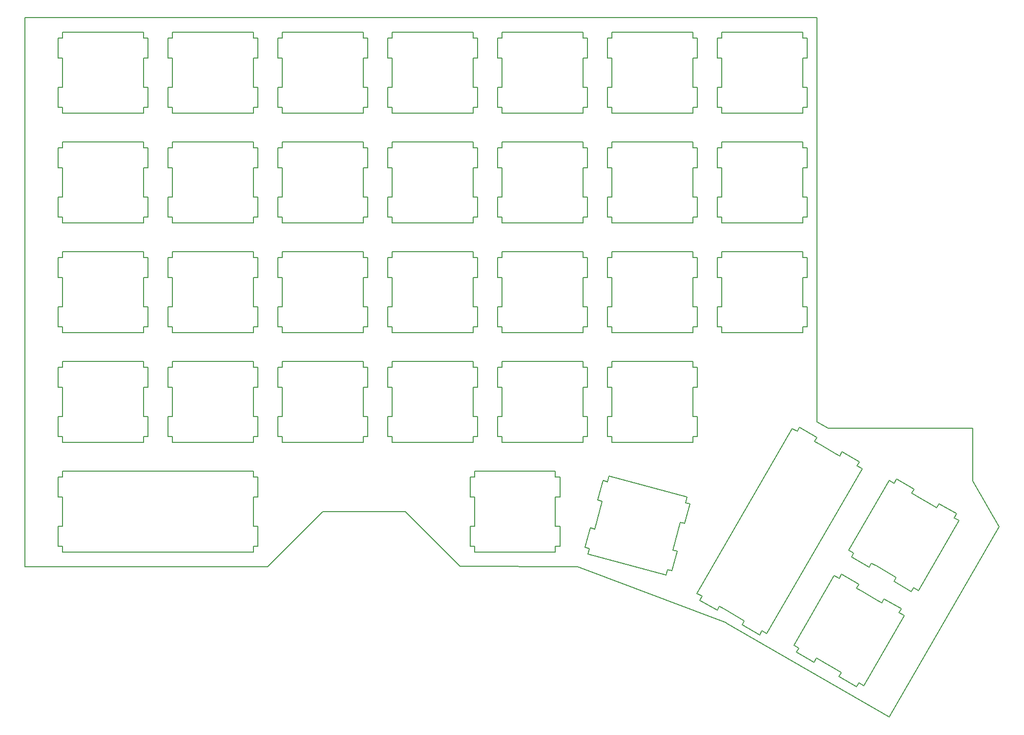
<source format=gbr>
G04 #@! TF.GenerationSoftware,KiCad,Pcbnew,(5.0.0)*
G04 #@! TF.CreationDate,2019-01-26T20:20:51+09:00*
G04 #@! TF.ProjectId,Manta60BLE_Top,4D616E74613630424C455F546F702E6B,rev?*
G04 #@! TF.SameCoordinates,Original*
G04 #@! TF.FileFunction,Profile,NP*
%FSLAX46Y46*%
G04 Gerber Fmt 4.6, Leading zero omitted, Abs format (unit mm)*
G04 Created by KiCad (PCBNEW (5.0.0)) date 01/26/19 20:20:51*
%MOMM*%
%LPD*%
G01*
G04 APERTURE LIST*
%ADD10C,0.200000*%
G04 APERTURE END LIST*
D10*
X167474418Y-102187794D02*
X166608393Y-101687794D01*
X153980507Y-132559934D02*
X153580507Y-133252754D01*
X150083393Y-130309934D02*
X150949418Y-130809934D01*
X167474418Y-102187794D02*
X167874418Y-101494974D01*
X159247177Y-97437794D02*
X142722177Y-126059934D01*
X170905507Y-103244974D02*
X170505507Y-103937794D01*
X160513202Y-97244974D02*
X163544291Y-98994974D01*
X160113202Y-97937794D02*
X160513202Y-97244974D01*
X184677194Y-110491741D02*
X184277194Y-111184561D01*
X143588202Y-126559934D02*
X142722177Y-126059934D01*
X187308283Y-112934561D02*
X187708283Y-112241741D01*
X170783283Y-141556701D02*
X171649308Y-142056701D01*
X167352194Y-140499521D02*
X170383283Y-142249521D01*
X159990978Y-136249521D02*
X163022067Y-137999521D01*
X146219291Y-129002754D02*
X143188202Y-127252754D01*
X167874418Y-101494974D02*
X170905507Y-103244974D01*
X160390978Y-135556701D02*
X159990978Y-136249521D01*
X165478262Y-97415383D02*
X163566000Y-96311338D01*
X159247177Y-97437794D02*
X160113202Y-97937794D01*
X146619291Y-128309934D02*
X146219291Y-129002754D01*
X170505507Y-103937794D02*
X171371533Y-104437794D01*
X190566000Y-106548260D02*
X195090142Y-114505950D01*
X154846533Y-133059934D02*
X153980507Y-132559934D01*
X150549418Y-131502754D02*
X150949418Y-130809934D01*
X163566000Y-85415383D02*
X163566000Y-95915383D01*
X163544291Y-98994974D02*
X163144291Y-99687794D01*
X188174308Y-113434561D02*
X187308283Y-112934561D01*
X176915978Y-106934561D02*
X176049953Y-106434561D01*
X153580507Y-133252754D02*
X150549418Y-131502754D01*
X177315978Y-106241741D02*
X176915978Y-106934561D01*
X143188202Y-127252754D02*
X143588202Y-126559934D01*
X164010317Y-100187794D02*
X163144291Y-99687794D01*
X150083393Y-130309934D02*
X147485317Y-128809934D01*
X166608393Y-101687794D02*
X164010317Y-100187794D01*
X147485317Y-128809934D02*
X146619291Y-128309934D01*
X170383283Y-142249521D02*
X170783283Y-141556701D01*
X171371533Y-104437794D02*
X154846533Y-133059934D01*
X180347067Y-107991741D02*
X177315978Y-106241741D01*
X179947067Y-108684561D02*
X180347067Y-107991741D01*
X187708283Y-112241741D02*
X184677194Y-110491741D01*
X167752194Y-139806701D02*
X167352194Y-140499521D01*
X159524953Y-135056701D02*
X160390978Y-135556701D01*
X163022067Y-137999521D02*
X163422067Y-137306701D01*
X163566000Y-95915383D02*
X163566000Y-96311338D01*
X167474418Y-102187794D02*
X166608393Y-101687794D01*
X150083393Y-130309934D02*
X150949418Y-130809934D01*
X147485317Y-128809934D02*
X146619291Y-128309934D01*
X164010317Y-100187794D02*
X163144291Y-99687794D01*
X165478262Y-97415383D02*
X190566000Y-97415383D01*
X190566000Y-97415383D02*
X190566000Y-106548260D01*
X65786000Y-113372000D02*
X65786000Y-114372000D01*
X176035110Y-147510234D02*
X195090142Y-114505950D01*
X26206000Y-26142000D02*
X26206000Y-121402000D01*
X26206000Y-121402000D02*
X68311000Y-121402000D01*
X32736000Y-114372000D02*
X32736000Y-113372000D01*
X32736000Y-110372000D02*
X32736000Y-109372000D01*
X65786000Y-110372000D02*
X65786000Y-109372000D01*
X147824346Y-131222742D02*
X176035110Y-147510234D01*
X164288092Y-137806701D02*
X163422067Y-137306701D01*
X159524953Y-135056701D02*
X166524953Y-122932345D01*
X177783283Y-129432345D02*
X178649308Y-129932345D01*
X180308283Y-125058917D02*
X179908283Y-125751737D01*
X183411169Y-110684561D02*
X184277194Y-111184561D01*
X173813092Y-121308917D02*
X176411169Y-122808917D01*
X174752194Y-127682345D02*
X173886169Y-127182345D01*
X181174308Y-125558917D02*
X180308283Y-125058917D01*
X176411169Y-122808917D02*
X177277194Y-123308917D01*
X167752194Y-139806701D02*
X166886169Y-139306701D01*
X169515978Y-119751737D02*
X169915978Y-119058917D01*
X169049953Y-118558917D02*
X176049953Y-106434561D01*
X166886169Y-139306701D02*
X164288092Y-137806701D01*
X169915978Y-119058917D02*
X169049953Y-118558917D01*
X176877194Y-124001737D02*
X177277194Y-123308917D01*
X171288092Y-125682345D02*
X170422067Y-125182345D01*
X167790978Y-122739525D02*
X170822067Y-124489525D01*
X166524953Y-122932345D02*
X167390978Y-123432345D01*
X174752194Y-127682345D02*
X175152194Y-126989525D01*
X173886169Y-127182345D02*
X171288092Y-125682345D01*
X178183283Y-128739525D02*
X177783283Y-129432345D01*
X172547067Y-121501737D02*
X169515978Y-119751737D01*
X183411169Y-110684561D02*
X180813092Y-109184561D01*
X176411169Y-122808917D02*
X177277194Y-123308917D01*
X181174308Y-125558917D02*
X188174308Y-113434561D01*
X172947067Y-120808917D02*
X173813092Y-121308917D01*
X180813092Y-109184561D02*
X179947067Y-108684561D01*
X175152194Y-126989525D02*
X178183283Y-128739525D01*
X183411169Y-110684561D02*
X184277194Y-111184561D01*
X164288092Y-137806701D02*
X163422067Y-137306701D01*
X167752194Y-139806701D02*
X166886169Y-139306701D01*
X180813092Y-109184561D02*
X179947067Y-108684561D01*
X172947067Y-120808917D02*
X172547067Y-121501737D01*
X179908283Y-125751737D02*
X176877194Y-124001737D01*
X174752194Y-127682345D02*
X173886169Y-127182345D01*
X170822067Y-124489525D02*
X170422067Y-125182345D01*
X167390978Y-123432345D02*
X167790978Y-122739525D01*
X172947067Y-120808917D02*
X173813092Y-121308917D01*
X171288092Y-125682345D02*
X170422067Y-125182345D01*
X171649308Y-142056701D02*
X178649308Y-129932345D01*
X89086000Y-41672000D02*
X89886000Y-41672000D01*
X89086000Y-29672000D02*
X89086000Y-33172000D01*
X89886000Y-42672000D02*
X103886000Y-42672000D01*
X103886000Y-29672000D02*
X103886000Y-28672000D01*
X122936000Y-29672000D02*
X122936000Y-28672000D01*
X123736000Y-29672000D02*
X122936000Y-29672000D01*
X123736000Y-33172000D02*
X123736000Y-29672000D01*
X89886000Y-33172000D02*
X89886000Y-38172000D01*
X89086000Y-33172000D02*
X89886000Y-33172000D01*
X122936000Y-33172000D02*
X123736000Y-33172000D01*
X122936000Y-38172000D02*
X122936000Y-33172000D01*
X123736000Y-38172000D02*
X122936000Y-38172000D01*
X89886000Y-38172000D02*
X89086000Y-38172000D01*
X103886000Y-28672000D02*
X89886000Y-28672000D01*
X122936000Y-41672000D02*
X123736000Y-41672000D01*
X123736000Y-41672000D02*
X123736000Y-38172000D01*
X103886000Y-42672000D02*
X103886000Y-41672000D01*
X89086000Y-38172000D02*
X89086000Y-41672000D01*
X89886000Y-28672000D02*
X89886000Y-29672000D01*
X89886000Y-29672000D02*
X89086000Y-29672000D01*
X89886000Y-41672000D02*
X89886000Y-42672000D01*
X108936000Y-28672000D02*
X108936000Y-29672000D01*
X122936000Y-28672000D02*
X108936000Y-28672000D01*
X32736000Y-105872000D02*
X31936000Y-105872000D01*
X32736000Y-104872000D02*
X32736000Y-105872000D01*
X127986000Y-99822000D02*
X141986000Y-99822000D01*
X127986000Y-98822000D02*
X127986000Y-99822000D01*
X127186000Y-98822000D02*
X127986000Y-98822000D01*
X127986000Y-90322000D02*
X127986000Y-95322000D01*
X127986000Y-95322000D02*
X127186000Y-95322000D01*
X118174000Y-105872000D02*
X118174000Y-104872000D01*
X118974000Y-105872000D02*
X118174000Y-105872000D01*
X118174000Y-117872000D02*
X118974000Y-117872000D01*
X118174000Y-109372000D02*
X118974000Y-109372000D01*
X118174000Y-114372000D02*
X118174000Y-109372000D01*
X118974000Y-114372000D02*
X118174000Y-114372000D01*
X118974000Y-117872000D02*
X118974000Y-114372000D01*
X127186000Y-86822000D02*
X127186000Y-90322000D01*
X127186000Y-95322000D02*
X127186000Y-98822000D01*
X141986000Y-85822000D02*
X127986000Y-85822000D01*
X141986000Y-99822000D02*
X141986000Y-98822000D01*
X127186000Y-90322000D02*
X127986000Y-90322000D01*
X127986000Y-85822000D02*
X127986000Y-86822000D01*
X141986000Y-86822000D02*
X141986000Y-85822000D01*
X127986000Y-86822000D02*
X127186000Y-86822000D01*
X104174000Y-114372000D02*
X103374000Y-114372000D01*
X104174000Y-109372000D02*
X104174000Y-114372000D01*
X103374000Y-109372000D02*
X104174000Y-109372000D01*
X103374000Y-105872000D02*
X103374000Y-109372000D01*
X104174000Y-105872000D02*
X103374000Y-105872000D01*
X104174000Y-104872000D02*
X104174000Y-105872000D01*
X118174000Y-104872000D02*
X104174000Y-104872000D01*
X118974000Y-109372000D02*
X118974000Y-105872000D01*
X137606300Y-121913300D02*
X138379000Y-122120400D01*
X126283300Y-110079500D02*
X124989200Y-114909100D01*
X65786000Y-113372000D02*
X65786000Y-110372000D01*
X77841000Y-111872000D02*
X92124000Y-111872000D01*
X124083300Y-118289800D02*
X123824500Y-119255800D01*
X122078516Y-121402000D02*
X147826856Y-131218395D01*
X101649000Y-121397000D02*
X92124000Y-111872000D01*
X127448000Y-105732800D02*
X127189200Y-106698700D01*
X103374000Y-117872000D02*
X104174000Y-117872000D01*
X163566000Y-85415383D02*
X163566000Y-26142000D01*
X124989200Y-114909100D02*
X124216500Y-114702100D01*
X140579000Y-113910000D02*
X141484900Y-110529300D01*
X104174000Y-117872000D02*
X104174000Y-118872000D01*
X126416400Y-106491700D02*
X125510600Y-109872400D01*
X140970900Y-109356300D02*
X127448000Y-105732800D01*
X123310600Y-118082800D02*
X124083300Y-118289800D01*
X124216500Y-114702100D02*
X123310600Y-118082800D01*
X104174000Y-118872000D02*
X118174000Y-118872000D01*
X32736000Y-113372000D02*
X32736000Y-110372000D01*
X127189200Y-106698700D02*
X126416400Y-106491700D01*
X118174000Y-118872000D02*
X118174000Y-117872000D01*
X139284900Y-118739600D02*
X138512200Y-118532600D01*
X101649000Y-121397000D02*
X122078516Y-121402000D01*
X123824500Y-119255800D02*
X137347500Y-122879200D01*
X68311000Y-121402000D02*
X77841000Y-111872000D01*
X138512200Y-118532600D02*
X139806300Y-113702900D01*
X137347500Y-122879200D02*
X137606300Y-121913300D01*
X139806300Y-113702900D02*
X140579000Y-113910000D01*
X125510600Y-109872400D02*
X126283300Y-110079500D01*
X103374000Y-114372000D02*
X103374000Y-117872000D01*
X140712100Y-110322200D02*
X140970900Y-109356300D01*
X141484900Y-110529300D02*
X140712100Y-110322200D01*
X138379000Y-122120400D02*
X139284900Y-118739600D01*
X141986000Y-90322000D02*
X142786000Y-90322000D01*
X123736000Y-90322000D02*
X123736000Y-86822000D01*
X108136000Y-86822000D02*
X108136000Y-90322000D01*
X108936000Y-85822000D02*
X108936000Y-86822000D01*
X142786000Y-95322000D02*
X141986000Y-95322000D01*
X142786000Y-98822000D02*
X142786000Y-95322000D01*
X108136000Y-90322000D02*
X108936000Y-90322000D01*
X122936000Y-98822000D02*
X123736000Y-98822000D01*
X122936000Y-99822000D02*
X122936000Y-98822000D01*
X122936000Y-85822000D02*
X108936000Y-85822000D01*
X122936000Y-90322000D02*
X123736000Y-90322000D01*
X123736000Y-98822000D02*
X123736000Y-95322000D01*
X122936000Y-95322000D02*
X122936000Y-90322000D01*
X103886000Y-99822000D02*
X103886000Y-98822000D01*
X122936000Y-86822000D02*
X122936000Y-85822000D01*
X142786000Y-86822000D02*
X141986000Y-86822000D01*
X141986000Y-95322000D02*
X141986000Y-90322000D01*
X123736000Y-95322000D02*
X122936000Y-95322000D01*
X108136000Y-98822000D02*
X108936000Y-98822000D01*
X108936000Y-98822000D02*
X108936000Y-99822000D01*
X123736000Y-86822000D02*
X122936000Y-86822000D01*
X108936000Y-99822000D02*
X122936000Y-99822000D01*
X141986000Y-98822000D02*
X142786000Y-98822000D01*
X108136000Y-95322000D02*
X108136000Y-98822000D01*
X142786000Y-90322000D02*
X142786000Y-86822000D01*
X108936000Y-86822000D02*
X108136000Y-86822000D01*
X108936000Y-95322000D02*
X108136000Y-95322000D01*
X108936000Y-90322000D02*
X108936000Y-95322000D01*
X65786000Y-86822000D02*
X65786000Y-85822000D01*
X50986000Y-90322000D02*
X51786000Y-90322000D01*
X89886000Y-90322000D02*
X89886000Y-95322000D01*
X103886000Y-86822000D02*
X103886000Y-85822000D01*
X65786000Y-90322000D02*
X66586000Y-90322000D01*
X70836000Y-85822000D02*
X70836000Y-86822000D01*
X85636000Y-98822000D02*
X85636000Y-95322000D01*
X84836000Y-98822000D02*
X85636000Y-98822000D01*
X66586000Y-90322000D02*
X66586000Y-86822000D01*
X89086000Y-90322000D02*
X89886000Y-90322000D01*
X51786000Y-85822000D02*
X51786000Y-86822000D01*
X51786000Y-95322000D02*
X50986000Y-95322000D01*
X31936000Y-98822000D02*
X32736000Y-98822000D01*
X89086000Y-86822000D02*
X89086000Y-90322000D01*
X103886000Y-85822000D02*
X89886000Y-85822000D01*
X51786000Y-90322000D02*
X51786000Y-95322000D01*
X66586000Y-86822000D02*
X65786000Y-86822000D01*
X104686000Y-86822000D02*
X103886000Y-86822000D01*
X103886000Y-90322000D02*
X104686000Y-90322000D01*
X104686000Y-98822000D02*
X104686000Y-95322000D01*
X70836000Y-99822000D02*
X84836000Y-99822000D01*
X70836000Y-95322000D02*
X70036000Y-95322000D01*
X70036000Y-90322000D02*
X70836000Y-90322000D01*
X85636000Y-95322000D02*
X84836000Y-95322000D01*
X32736000Y-98822000D02*
X32736000Y-99822000D01*
X84836000Y-95322000D02*
X84836000Y-90322000D01*
X50986000Y-86822000D02*
X50986000Y-90322000D01*
X85636000Y-86822000D02*
X84836000Y-86822000D01*
X70836000Y-98822000D02*
X70836000Y-99822000D01*
X51786000Y-99822000D02*
X65786000Y-99822000D01*
X84836000Y-90322000D02*
X85636000Y-90322000D01*
X70836000Y-90322000D02*
X70836000Y-95322000D01*
X84836000Y-99822000D02*
X84836000Y-98822000D01*
X70836000Y-86822000D02*
X70036000Y-86822000D01*
X46736000Y-99822000D02*
X46736000Y-98822000D01*
X89886000Y-85822000D02*
X89886000Y-86822000D01*
X104686000Y-90322000D02*
X104686000Y-86822000D01*
X70036000Y-98822000D02*
X70836000Y-98822000D01*
X84836000Y-86822000D02*
X84836000Y-85822000D01*
X50986000Y-98822000D02*
X51786000Y-98822000D01*
X103886000Y-95322000D02*
X103886000Y-90322000D01*
X104686000Y-95322000D02*
X103886000Y-95322000D01*
X31936000Y-95322000D02*
X31936000Y-98822000D01*
X103886000Y-98822000D02*
X104686000Y-98822000D01*
X70036000Y-95322000D02*
X70036000Y-98822000D01*
X65786000Y-99822000D02*
X65786000Y-98822000D01*
X65786000Y-85822000D02*
X51786000Y-85822000D01*
X51786000Y-86822000D02*
X50986000Y-86822000D01*
X51786000Y-98822000D02*
X51786000Y-99822000D01*
X66586000Y-98822000D02*
X66586000Y-95322000D01*
X32736000Y-99822000D02*
X46736000Y-99822000D01*
X84836000Y-85822000D02*
X70836000Y-85822000D01*
X70036000Y-86822000D02*
X70036000Y-90322000D01*
X65786000Y-95322000D02*
X65786000Y-90322000D01*
X66586000Y-95322000D02*
X65786000Y-95322000D01*
X50986000Y-95322000D02*
X50986000Y-98822000D01*
X65786000Y-98822000D02*
X66586000Y-98822000D01*
X89886000Y-99822000D02*
X103886000Y-99822000D01*
X89886000Y-98822000D02*
X89886000Y-99822000D01*
X89086000Y-98822000D02*
X89886000Y-98822000D01*
X89086000Y-95322000D02*
X89086000Y-98822000D01*
X89886000Y-95322000D02*
X89086000Y-95322000D01*
X85636000Y-90322000D02*
X85636000Y-86822000D01*
X89886000Y-86822000D02*
X89086000Y-86822000D01*
X66586000Y-71272000D02*
X66586000Y-67772000D01*
X84836000Y-80772000D02*
X84836000Y-79772000D01*
X70836000Y-80772000D02*
X84836000Y-80772000D01*
X70836000Y-79772000D02*
X70836000Y-80772000D01*
X84836000Y-66772000D02*
X70836000Y-66772000D01*
X65786000Y-80772000D02*
X65786000Y-79772000D01*
X70836000Y-67772000D02*
X70036000Y-67772000D01*
X65786000Y-79772000D02*
X66586000Y-79772000D01*
X46736000Y-80772000D02*
X46736000Y-79772000D01*
X50986000Y-67772000D02*
X50986000Y-71272000D01*
X70036000Y-79772000D02*
X70836000Y-79772000D01*
X70836000Y-76272000D02*
X70036000Y-76272000D01*
X85636000Y-76272000D02*
X84836000Y-76272000D01*
X85636000Y-79772000D02*
X85636000Y-76272000D01*
X84836000Y-76272000D02*
X84836000Y-71272000D01*
X51786000Y-76272000D02*
X50986000Y-76272000D01*
X70036000Y-76272000D02*
X70036000Y-79772000D01*
X51786000Y-79772000D02*
X51786000Y-80772000D01*
X65786000Y-67772000D02*
X65786000Y-66772000D01*
X66586000Y-76272000D02*
X65786000Y-76272000D01*
X66586000Y-79772000D02*
X66586000Y-76272000D01*
X84836000Y-71272000D02*
X85636000Y-71272000D01*
X70836000Y-71272000D02*
X70836000Y-76272000D01*
X70036000Y-67772000D02*
X70036000Y-71272000D01*
X84836000Y-67772000D02*
X84836000Y-66772000D01*
X50986000Y-76272000D02*
X50986000Y-79772000D01*
X51786000Y-80772000D02*
X65786000Y-80772000D01*
X65786000Y-66772000D02*
X51786000Y-66772000D01*
X84836000Y-79772000D02*
X85636000Y-79772000D01*
X32736000Y-80772000D02*
X46736000Y-80772000D01*
X70836000Y-66772000D02*
X70836000Y-67772000D01*
X85636000Y-67772000D02*
X84836000Y-67772000D01*
X51786000Y-71272000D02*
X51786000Y-76272000D01*
X85636000Y-71272000D02*
X85636000Y-67772000D01*
X66586000Y-67772000D02*
X65786000Y-67772000D01*
X65786000Y-76272000D02*
X65786000Y-71272000D01*
X50986000Y-79772000D02*
X51786000Y-79772000D01*
X65786000Y-71272000D02*
X66586000Y-71272000D01*
X51786000Y-67772000D02*
X50986000Y-67772000D01*
X51786000Y-66772000D02*
X51786000Y-67772000D01*
X103886000Y-79772000D02*
X104686000Y-79772000D01*
X70036000Y-71272000D02*
X70836000Y-71272000D01*
X50986000Y-71272000D02*
X51786000Y-71272000D01*
X104686000Y-76272000D02*
X103886000Y-76272000D01*
X104686000Y-79772000D02*
X104686000Y-76272000D01*
X32736000Y-79772000D02*
X32736000Y-80772000D01*
X51786000Y-29672000D02*
X50986000Y-29672000D01*
X50986000Y-38172000D02*
X50986000Y-41672000D01*
X65786000Y-29672000D02*
X65786000Y-28672000D01*
X66586000Y-29672000D02*
X65786000Y-29672000D01*
X65786000Y-28672000D02*
X51786000Y-28672000D01*
X65786000Y-33172000D02*
X66586000Y-33172000D01*
X65786000Y-38172000D02*
X65786000Y-33172000D01*
X51786000Y-41672000D02*
X51786000Y-42672000D01*
X66586000Y-41672000D02*
X66586000Y-38172000D01*
X66586000Y-38172000D02*
X65786000Y-38172000D01*
X84836000Y-38172000D02*
X84836000Y-33172000D01*
X85636000Y-38172000D02*
X84836000Y-38172000D01*
X51786000Y-38172000D02*
X50986000Y-38172000D01*
X51786000Y-33172000D02*
X51786000Y-38172000D01*
X85636000Y-41672000D02*
X85636000Y-38172000D01*
X84836000Y-41672000D02*
X85636000Y-41672000D01*
X50986000Y-33172000D02*
X51786000Y-33172000D01*
X50986000Y-29672000D02*
X50986000Y-33172000D01*
X51786000Y-28672000D02*
X51786000Y-29672000D01*
X50986000Y-41672000D02*
X51786000Y-41672000D01*
X66586000Y-33172000D02*
X66586000Y-29672000D01*
X65786000Y-42672000D02*
X65786000Y-41672000D01*
X51786000Y-42672000D02*
X65786000Y-42672000D01*
X127186000Y-57222000D02*
X127186000Y-60722000D01*
X147036000Y-60722000D02*
X147036000Y-61722000D01*
X146236000Y-48722000D02*
X146236000Y-52222000D01*
X147036000Y-57222000D02*
X146236000Y-57222000D01*
X161036000Y-57222000D02*
X161036000Y-52222000D01*
X161836000Y-48722000D02*
X161036000Y-48722000D01*
X161836000Y-57222000D02*
X161036000Y-57222000D01*
X127986000Y-60722000D02*
X127986000Y-61722000D01*
X31936000Y-79772000D02*
X32736000Y-79772000D01*
X32736000Y-71272000D02*
X32736000Y-76272000D01*
X31936000Y-67772000D02*
X31936000Y-71272000D01*
X147036000Y-48722000D02*
X146236000Y-48722000D01*
X32736000Y-67772000D02*
X31936000Y-67772000D01*
X127986000Y-57222000D02*
X127186000Y-57222000D01*
X46736000Y-76272000D02*
X46736000Y-71272000D01*
X47536000Y-76272000D02*
X46736000Y-76272000D01*
X47536000Y-79772000D02*
X47536000Y-76272000D01*
X161036000Y-60722000D02*
X161836000Y-60722000D01*
X46736000Y-79772000D02*
X47536000Y-79772000D01*
X146236000Y-52222000D02*
X147036000Y-52222000D01*
X161036000Y-48722000D02*
X161036000Y-47722000D01*
X146236000Y-60722000D02*
X147036000Y-60722000D01*
X161836000Y-60722000D02*
X161836000Y-57222000D01*
X146236000Y-57222000D02*
X146236000Y-60722000D01*
X127986000Y-52222000D02*
X127986000Y-57222000D01*
X31936000Y-76272000D02*
X31936000Y-79772000D01*
X46736000Y-66772000D02*
X32736000Y-66772000D01*
X32736000Y-76272000D02*
X31936000Y-76272000D01*
X161036000Y-47722000D02*
X147036000Y-47722000D01*
X147036000Y-52222000D02*
X147036000Y-57222000D01*
X31936000Y-71272000D02*
X32736000Y-71272000D01*
X32736000Y-66772000D02*
X32736000Y-67772000D01*
X46736000Y-67772000D02*
X46736000Y-66772000D01*
X127186000Y-60722000D02*
X127986000Y-60722000D01*
X127986000Y-61722000D02*
X141986000Y-61722000D01*
X46736000Y-71272000D02*
X47536000Y-71272000D01*
X161036000Y-61722000D02*
X161036000Y-60722000D01*
X141986000Y-61722000D02*
X141986000Y-60722000D01*
X161036000Y-52222000D02*
X161836000Y-52222000D01*
X47536000Y-67772000D02*
X46736000Y-67772000D01*
X47536000Y-71272000D02*
X47536000Y-67772000D01*
X127186000Y-52222000D02*
X127986000Y-52222000D01*
X127186000Y-48722000D02*
X127186000Y-52222000D01*
X161836000Y-52222000D02*
X161836000Y-48722000D01*
X147036000Y-47722000D02*
X147036000Y-48722000D01*
X147036000Y-61722000D02*
X161036000Y-61722000D01*
X46736000Y-52222000D02*
X47536000Y-52222000D01*
X46736000Y-57222000D02*
X46736000Y-52222000D01*
X46736000Y-60722000D02*
X47536000Y-60722000D01*
X147036000Y-42672000D02*
X161036000Y-42672000D01*
X32736000Y-47722000D02*
X32736000Y-48722000D01*
X146236000Y-41672000D02*
X147036000Y-41672000D01*
X32736000Y-61722000D02*
X46736000Y-61722000D01*
X47536000Y-60722000D02*
X47536000Y-57222000D01*
X32736000Y-60722000D02*
X32736000Y-61722000D01*
X32736000Y-57222000D02*
X31936000Y-57222000D01*
X161036000Y-42672000D02*
X161036000Y-41672000D01*
X31936000Y-52222000D02*
X32736000Y-52222000D01*
X47536000Y-57222000D02*
X46736000Y-57222000D01*
X31936000Y-60722000D02*
X32736000Y-60722000D01*
X31936000Y-57222000D02*
X31936000Y-60722000D01*
X32736000Y-48722000D02*
X31936000Y-48722000D01*
X32736000Y-52222000D02*
X32736000Y-57222000D01*
X31936000Y-48722000D02*
X31936000Y-52222000D01*
X46736000Y-48722000D02*
X46736000Y-47722000D01*
X46736000Y-47722000D02*
X32736000Y-47722000D01*
X47536000Y-48722000D02*
X46736000Y-48722000D01*
X147036000Y-41672000D02*
X147036000Y-42672000D01*
X47536000Y-52222000D02*
X47536000Y-48722000D01*
X147036000Y-28672000D02*
X147036000Y-29672000D01*
X161836000Y-33172000D02*
X161836000Y-29672000D01*
X161036000Y-41672000D02*
X161836000Y-41672000D01*
X146236000Y-38172000D02*
X146236000Y-41672000D01*
X161036000Y-33172000D02*
X161836000Y-33172000D01*
X161836000Y-38172000D02*
X161036000Y-38172000D01*
X127186000Y-38172000D02*
X127186000Y-41672000D01*
X141986000Y-42672000D02*
X141986000Y-41672000D01*
X127986000Y-41672000D02*
X127986000Y-42672000D01*
X147036000Y-38172000D02*
X146236000Y-38172000D01*
X127986000Y-33172000D02*
X127986000Y-38172000D01*
X147036000Y-33172000D02*
X147036000Y-38172000D01*
X146236000Y-33172000D02*
X147036000Y-33172000D01*
X146236000Y-29672000D02*
X146236000Y-33172000D01*
X147036000Y-29672000D02*
X146236000Y-29672000D01*
X161036000Y-28672000D02*
X147036000Y-28672000D01*
X161036000Y-29672000D02*
X161036000Y-28672000D01*
X127186000Y-41672000D02*
X127986000Y-41672000D01*
X127986000Y-42672000D02*
X141986000Y-42672000D01*
X161836000Y-41672000D02*
X161836000Y-38172000D01*
X127986000Y-38172000D02*
X127186000Y-38172000D01*
X161036000Y-38172000D02*
X161036000Y-33172000D01*
X161836000Y-29672000D02*
X161036000Y-29672000D01*
X141986000Y-29672000D02*
X141986000Y-28672000D01*
X142786000Y-41672000D02*
X142786000Y-38172000D01*
X122936000Y-42672000D02*
X122936000Y-41672000D01*
X127986000Y-29672000D02*
X127186000Y-29672000D01*
X108936000Y-41672000D02*
X108936000Y-42672000D01*
X141986000Y-38172000D02*
X141986000Y-33172000D01*
X108936000Y-29672000D02*
X108136000Y-29672000D01*
X127186000Y-33172000D02*
X127986000Y-33172000D01*
X127186000Y-29672000D02*
X127186000Y-33172000D01*
X127986000Y-28672000D02*
X127986000Y-29672000D01*
X108136000Y-38172000D02*
X108136000Y-41672000D01*
X141986000Y-28672000D02*
X127986000Y-28672000D01*
X142786000Y-29672000D02*
X141986000Y-29672000D01*
X108936000Y-38172000D02*
X108136000Y-38172000D01*
X108136000Y-29672000D02*
X108136000Y-33172000D01*
X142786000Y-33172000D02*
X142786000Y-29672000D01*
X108936000Y-33172000D02*
X108936000Y-38172000D01*
X108936000Y-42672000D02*
X122936000Y-42672000D01*
X141986000Y-33172000D02*
X142786000Y-33172000D01*
X142786000Y-38172000D02*
X141986000Y-38172000D01*
X108136000Y-41672000D02*
X108936000Y-41672000D01*
X108136000Y-33172000D02*
X108936000Y-33172000D01*
X141986000Y-41672000D02*
X142786000Y-41672000D01*
X104686000Y-52222000D02*
X104686000Y-48722000D01*
X89886000Y-57222000D02*
X89086000Y-57222000D01*
X89886000Y-52222000D02*
X89886000Y-57222000D01*
X122936000Y-52222000D02*
X123736000Y-52222000D01*
X122936000Y-48722000D02*
X122936000Y-47722000D01*
X127986000Y-48722000D02*
X127186000Y-48722000D01*
X127986000Y-47722000D02*
X127986000Y-48722000D01*
X108136000Y-60722000D02*
X108936000Y-60722000D01*
X141986000Y-47722000D02*
X127986000Y-47722000D01*
X141986000Y-48722000D02*
X141986000Y-47722000D01*
X141986000Y-52222000D02*
X142786000Y-52222000D01*
X141986000Y-57222000D02*
X141986000Y-52222000D01*
X108936000Y-57222000D02*
X108136000Y-57222000D01*
X104686000Y-48722000D02*
X103886000Y-48722000D01*
X108936000Y-52222000D02*
X108936000Y-57222000D01*
X122936000Y-47722000D02*
X108936000Y-47722000D01*
X89086000Y-52222000D02*
X89886000Y-52222000D01*
X89886000Y-60722000D02*
X89886000Y-61722000D01*
X89086000Y-57222000D02*
X89086000Y-60722000D01*
X122936000Y-60722000D02*
X123736000Y-60722000D01*
X142786000Y-57222000D02*
X141986000Y-57222000D01*
X122936000Y-61722000D02*
X122936000Y-60722000D01*
X103886000Y-48722000D02*
X103886000Y-47722000D01*
X142786000Y-48722000D02*
X141986000Y-48722000D01*
X108136000Y-48722000D02*
X108136000Y-52222000D01*
X142786000Y-60722000D02*
X142786000Y-57222000D01*
X108936000Y-60722000D02*
X108936000Y-61722000D01*
X123736000Y-52222000D02*
X123736000Y-48722000D01*
X122936000Y-57222000D02*
X122936000Y-52222000D01*
X89886000Y-61722000D02*
X103886000Y-61722000D01*
X89886000Y-47722000D02*
X89886000Y-48722000D01*
X108136000Y-52222000D02*
X108936000Y-52222000D01*
X108936000Y-48722000D02*
X108136000Y-48722000D01*
X123736000Y-48722000D02*
X122936000Y-48722000D01*
X108936000Y-47722000D02*
X108936000Y-48722000D01*
X123736000Y-60722000D02*
X123736000Y-57222000D01*
X103886000Y-61722000D02*
X103886000Y-60722000D01*
X142786000Y-52222000D02*
X142786000Y-48722000D01*
X141986000Y-60722000D02*
X142786000Y-60722000D01*
X108936000Y-61722000D02*
X122936000Y-61722000D01*
X89086000Y-60722000D02*
X89886000Y-60722000D01*
X108136000Y-57222000D02*
X108136000Y-60722000D01*
X89886000Y-48722000D02*
X89086000Y-48722000D01*
X123736000Y-57222000D02*
X122936000Y-57222000D01*
X89086000Y-48722000D02*
X89086000Y-52222000D01*
X103886000Y-47722000D02*
X89886000Y-47722000D01*
X50986000Y-57222000D02*
X50986000Y-60722000D01*
X104686000Y-60722000D02*
X104686000Y-57222000D01*
X103886000Y-60722000D02*
X104686000Y-60722000D01*
X84836000Y-61722000D02*
X84836000Y-60722000D01*
X70036000Y-57222000D02*
X70036000Y-60722000D01*
X70036000Y-60722000D02*
X70836000Y-60722000D01*
X50986000Y-48722000D02*
X50986000Y-52222000D01*
X51786000Y-60722000D02*
X51786000Y-61722000D01*
X70836000Y-60722000D02*
X70836000Y-61722000D01*
X65786000Y-52222000D02*
X66586000Y-52222000D01*
X70836000Y-52222000D02*
X70836000Y-57222000D01*
X70036000Y-52222000D02*
X70836000Y-52222000D01*
X85636000Y-60722000D02*
X85636000Y-57222000D01*
X51786000Y-57222000D02*
X50986000Y-57222000D01*
X85636000Y-48722000D02*
X84836000Y-48722000D01*
X65786000Y-47722000D02*
X51786000Y-47722000D01*
X66586000Y-60722000D02*
X66586000Y-57222000D01*
X70836000Y-48722000D02*
X70036000Y-48722000D01*
X84836000Y-52222000D02*
X85636000Y-52222000D01*
X84836000Y-48722000D02*
X84836000Y-47722000D01*
X66586000Y-57222000D02*
X65786000Y-57222000D01*
X65786000Y-60722000D02*
X66586000Y-60722000D01*
X46736000Y-61722000D02*
X46736000Y-60722000D01*
X51786000Y-52222000D02*
X51786000Y-57222000D01*
X70036000Y-48722000D02*
X70036000Y-52222000D01*
X65786000Y-61722000D02*
X65786000Y-60722000D01*
X51786000Y-47722000D02*
X51786000Y-48722000D01*
X84836000Y-47722000D02*
X70836000Y-47722000D01*
X66586000Y-52222000D02*
X66586000Y-48722000D01*
X103886000Y-52222000D02*
X104686000Y-52222000D01*
X103886000Y-57222000D02*
X103886000Y-52222000D01*
X85636000Y-52222000D02*
X85636000Y-48722000D01*
X50986000Y-60722000D02*
X51786000Y-60722000D01*
X65786000Y-48722000D02*
X65786000Y-47722000D01*
X70836000Y-61722000D02*
X84836000Y-61722000D01*
X70836000Y-57222000D02*
X70036000Y-57222000D01*
X84836000Y-57222000D02*
X84836000Y-52222000D01*
X85636000Y-57222000D02*
X84836000Y-57222000D01*
X51786000Y-61722000D02*
X65786000Y-61722000D01*
X51786000Y-48722000D02*
X50986000Y-48722000D01*
X65786000Y-57222000D02*
X65786000Y-52222000D01*
X104686000Y-57222000D02*
X103886000Y-57222000D01*
X70836000Y-47722000D02*
X70836000Y-48722000D01*
X66586000Y-48722000D02*
X65786000Y-48722000D01*
X84836000Y-60722000D02*
X85636000Y-60722000D01*
X50986000Y-52222000D02*
X51786000Y-52222000D01*
X70836000Y-29672000D02*
X70036000Y-29672000D01*
X70836000Y-38172000D02*
X70036000Y-38172000D01*
X70836000Y-28672000D02*
X70836000Y-29672000D01*
X84836000Y-28672000D02*
X70836000Y-28672000D01*
X103886000Y-38172000D02*
X103886000Y-33172000D01*
X70036000Y-33172000D02*
X70836000Y-33172000D01*
X70036000Y-29672000D02*
X70036000Y-33172000D01*
X104686000Y-41672000D02*
X104686000Y-38172000D01*
X70836000Y-41672000D02*
X70836000Y-42672000D01*
X70036000Y-41672000D02*
X70836000Y-41672000D01*
X85636000Y-29672000D02*
X84836000Y-29672000D01*
X70036000Y-38172000D02*
X70036000Y-41672000D01*
X84836000Y-29672000D02*
X84836000Y-28672000D01*
X84836000Y-33172000D02*
X85636000Y-33172000D01*
X104686000Y-33172000D02*
X104686000Y-29672000D01*
X70836000Y-42672000D02*
X84836000Y-42672000D01*
X104686000Y-38172000D02*
X103886000Y-38172000D01*
X103886000Y-41672000D02*
X104686000Y-41672000D01*
X70836000Y-33172000D02*
X70836000Y-38172000D01*
X84836000Y-42672000D02*
X84836000Y-41672000D01*
X85636000Y-33172000D02*
X85636000Y-29672000D01*
X104686000Y-29672000D02*
X103886000Y-29672000D01*
X103886000Y-33172000D02*
X104686000Y-33172000D01*
X31936000Y-114372000D02*
X31936000Y-117872000D01*
X147824346Y-131222742D02*
X176035110Y-147510234D01*
X31936000Y-109372000D02*
X32736000Y-109372000D01*
X66586000Y-117872000D02*
X66586000Y-114372000D01*
X66586000Y-105872000D02*
X65786000Y-105872000D01*
X65786000Y-118872000D02*
X65786000Y-117872000D01*
X26206000Y-121402000D02*
X68311000Y-121402000D01*
X65786000Y-109372000D02*
X66586000Y-109372000D01*
X26206000Y-26142000D02*
X26206000Y-121402000D01*
X32736000Y-104872000D02*
X65786000Y-104872000D01*
X31936000Y-117872000D02*
X32736000Y-117872000D01*
X65786000Y-117872000D02*
X66586000Y-117872000D01*
X32736000Y-117872000D02*
X32736000Y-118872000D01*
X32736000Y-114372000D02*
X31936000Y-114372000D01*
X66586000Y-114372000D02*
X65786000Y-114372000D01*
X66586000Y-109372000D02*
X66586000Y-105872000D01*
X32736000Y-118872000D02*
X65786000Y-118872000D01*
X65786000Y-110372000D02*
X65786000Y-109372000D01*
X32736000Y-114372000D02*
X32736000Y-113372000D01*
X65786000Y-113372000D02*
X65786000Y-114372000D01*
X31936000Y-105872000D02*
X31936000Y-109372000D01*
X176035110Y-147510234D02*
X195090142Y-114505950D01*
X65786000Y-105872000D02*
X65786000Y-104872000D01*
X46736000Y-33172000D02*
X47536000Y-33172000D01*
X47536000Y-29672000D02*
X46736000Y-29672000D01*
X46736000Y-38172000D02*
X46736000Y-33172000D01*
X46736000Y-41672000D02*
X47536000Y-41672000D01*
X47536000Y-41672000D02*
X47536000Y-38172000D01*
X31936000Y-41672000D02*
X32736000Y-41672000D01*
X32736000Y-38172000D02*
X31936000Y-38172000D01*
X32736000Y-29672000D02*
X31936000Y-29672000D01*
X31936000Y-29672000D02*
X31936000Y-33172000D01*
X31936000Y-38172000D02*
X31936000Y-41672000D01*
X31936000Y-33172000D02*
X32736000Y-33172000D01*
X32736000Y-110372000D02*
X32736000Y-109372000D01*
X47536000Y-38172000D02*
X46736000Y-38172000D01*
X46736000Y-28672000D02*
X32736000Y-28672000D01*
X46736000Y-42672000D02*
X46736000Y-41672000D01*
X26206000Y-26142000D02*
X163566000Y-26142000D01*
X47536000Y-33172000D02*
X47536000Y-29672000D01*
X32736000Y-28672000D02*
X32736000Y-29672000D01*
X65786000Y-41672000D02*
X66586000Y-41672000D01*
X46736000Y-29672000D02*
X46736000Y-28672000D01*
X32736000Y-33172000D02*
X32736000Y-38172000D01*
X32736000Y-42672000D02*
X46736000Y-42672000D01*
X32736000Y-41672000D02*
X32736000Y-42672000D01*
X108936000Y-67772000D02*
X108136000Y-67772000D01*
X108936000Y-66772000D02*
X108936000Y-67772000D01*
X122936000Y-66772000D02*
X108936000Y-66772000D01*
X89086000Y-67772000D02*
X89086000Y-71272000D01*
X123736000Y-67772000D02*
X122936000Y-67772000D01*
X122936000Y-67772000D02*
X122936000Y-66772000D01*
X122936000Y-79772000D02*
X123736000Y-79772000D01*
X89886000Y-79772000D02*
X89886000Y-80772000D01*
X103886000Y-67772000D02*
X103886000Y-66772000D01*
X89086000Y-76272000D02*
X89086000Y-79772000D01*
X89886000Y-80772000D02*
X103886000Y-80772000D01*
X89086000Y-71272000D02*
X89886000Y-71272000D01*
X103886000Y-76272000D02*
X103886000Y-71272000D01*
X89886000Y-66772000D02*
X89886000Y-67772000D01*
X104686000Y-67772000D02*
X103886000Y-67772000D01*
X123736000Y-76272000D02*
X122936000Y-76272000D01*
X123736000Y-71272000D02*
X123736000Y-67772000D01*
X89886000Y-71272000D02*
X89886000Y-76272000D01*
X122936000Y-71272000D02*
X123736000Y-71272000D01*
X122936000Y-76272000D02*
X122936000Y-71272000D01*
X103886000Y-66772000D02*
X89886000Y-66772000D01*
X123736000Y-79772000D02*
X123736000Y-76272000D01*
X103886000Y-80772000D02*
X103886000Y-79772000D01*
X89086000Y-79772000D02*
X89886000Y-79772000D01*
X89886000Y-67772000D02*
X89086000Y-67772000D01*
X104686000Y-71272000D02*
X104686000Y-67772000D01*
X103886000Y-71272000D02*
X104686000Y-71272000D01*
X89886000Y-76272000D02*
X89086000Y-76272000D01*
X127186000Y-67772000D02*
X127186000Y-71272000D01*
X161036000Y-76272000D02*
X161036000Y-71272000D01*
X127986000Y-79772000D02*
X127986000Y-80772000D01*
X146236000Y-79772000D02*
X147036000Y-79772000D01*
X142786000Y-67772000D02*
X141986000Y-67772000D01*
X46736000Y-98822000D02*
X47536000Y-98822000D01*
X146236000Y-67772000D02*
X146236000Y-71272000D01*
X108936000Y-80772000D02*
X122936000Y-80772000D01*
X146236000Y-71272000D02*
X147036000Y-71272000D01*
X127186000Y-76272000D02*
X127186000Y-79772000D01*
X31936000Y-90322000D02*
X32736000Y-90322000D01*
X31936000Y-86822000D02*
X31936000Y-90322000D01*
X127986000Y-76272000D02*
X127186000Y-76272000D01*
X147036000Y-71272000D02*
X147036000Y-76272000D01*
X161036000Y-66772000D02*
X147036000Y-66772000D01*
X141986000Y-76272000D02*
X141986000Y-71272000D01*
X141986000Y-79772000D02*
X142786000Y-79772000D01*
X32736000Y-86822000D02*
X31936000Y-86822000D01*
X32736000Y-85822000D02*
X32736000Y-86822000D01*
X108936000Y-76272000D02*
X108136000Y-76272000D01*
X46736000Y-85822000D02*
X32736000Y-85822000D01*
X147036000Y-76272000D02*
X146236000Y-76272000D01*
X46736000Y-86822000D02*
X46736000Y-85822000D01*
X47536000Y-90322000D02*
X47536000Y-86822000D01*
X46736000Y-95322000D02*
X46736000Y-90322000D01*
X46736000Y-90322000D02*
X47536000Y-90322000D01*
X147036000Y-66772000D02*
X147036000Y-67772000D01*
X161036000Y-71272000D02*
X161836000Y-71272000D01*
X122936000Y-80772000D02*
X122936000Y-79772000D01*
X47536000Y-98822000D02*
X47536000Y-95322000D01*
X161036000Y-80772000D02*
X161036000Y-79772000D01*
X127986000Y-80772000D02*
X141986000Y-80772000D01*
X108136000Y-79772000D02*
X108936000Y-79772000D01*
X108936000Y-71272000D02*
X108936000Y-76272000D01*
X142786000Y-71272000D02*
X142786000Y-67772000D01*
X127986000Y-67772000D02*
X127186000Y-67772000D01*
X127186000Y-79772000D02*
X127986000Y-79772000D01*
X142786000Y-79772000D02*
X142786000Y-76272000D01*
X161836000Y-71272000D02*
X161836000Y-67772000D01*
X141986000Y-67772000D02*
X141986000Y-66772000D01*
X147036000Y-67772000D02*
X146236000Y-67772000D01*
X32736000Y-95322000D02*
X31936000Y-95322000D01*
X32736000Y-90322000D02*
X32736000Y-95322000D01*
X127986000Y-71272000D02*
X127986000Y-76272000D01*
X47536000Y-86822000D02*
X46736000Y-86822000D01*
X47536000Y-95322000D02*
X46736000Y-95322000D01*
X161836000Y-76272000D02*
X161036000Y-76272000D01*
X108136000Y-76272000D02*
X108136000Y-79772000D01*
X161836000Y-79772000D02*
X161836000Y-76272000D01*
X161036000Y-79772000D02*
X161836000Y-79772000D01*
X141986000Y-66772000D02*
X127986000Y-66772000D01*
X141986000Y-71272000D02*
X142786000Y-71272000D01*
X127186000Y-71272000D02*
X127986000Y-71272000D01*
X142786000Y-76272000D02*
X141986000Y-76272000D01*
X161036000Y-67772000D02*
X161036000Y-66772000D01*
X161836000Y-67772000D02*
X161036000Y-67772000D01*
X127986000Y-66772000D02*
X127986000Y-67772000D01*
X108136000Y-71272000D02*
X108936000Y-71272000D01*
X108936000Y-79772000D02*
X108936000Y-80772000D01*
X108136000Y-67772000D02*
X108136000Y-71272000D01*
X147036000Y-80772000D02*
X161036000Y-80772000D01*
X147036000Y-79772000D02*
X147036000Y-80772000D01*
X146236000Y-76272000D02*
X146236000Y-79772000D01*
X141986000Y-80772000D02*
X141986000Y-79772000D01*
M02*

</source>
